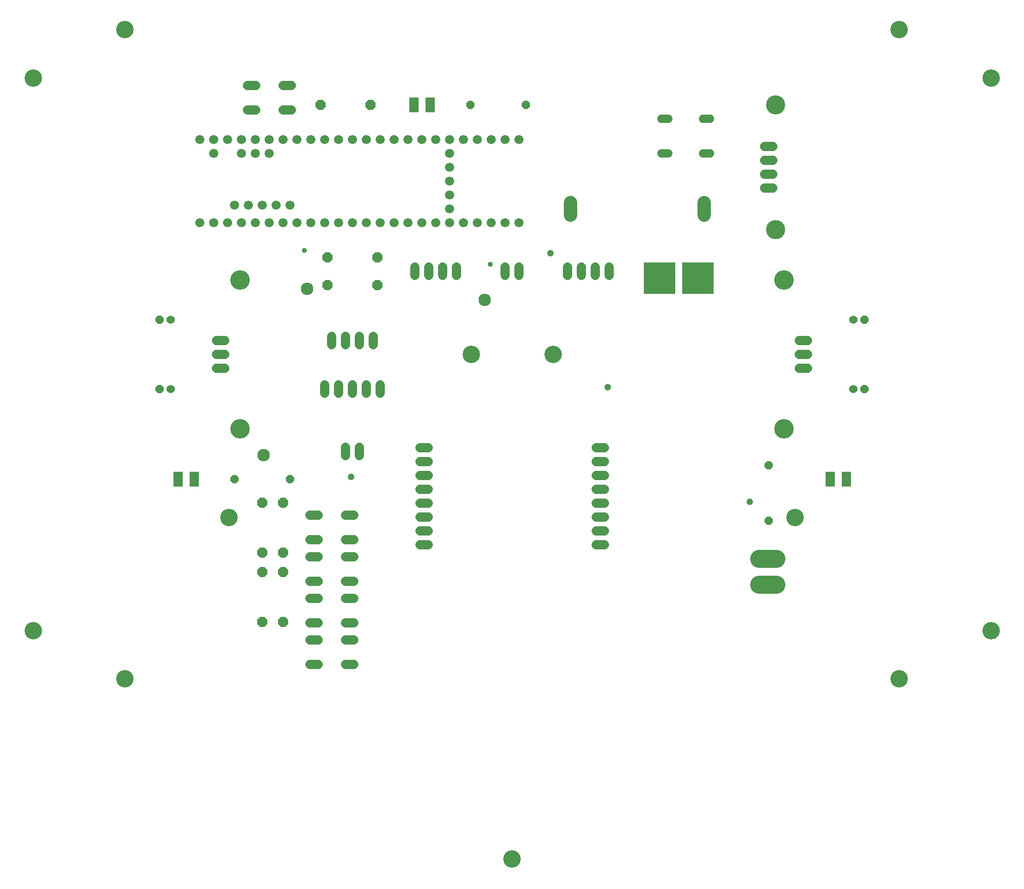
<source format=gbr>
G04 EAGLE Gerber RS-274X export*
G75*
%MOMM*%
%FSLAX34Y34*%
%LPD*%
%INSoldermask Top*%
%IPPOS*%
%AMOC8*
5,1,8,0,0,1.08239X$1,22.5*%
G01*
%ADD10C,3.203200*%
%ADD11P,1.649562X8X22.500000*%
%ADD12C,1.524000*%
%ADD13P,1.649562X8X202.500000*%
%ADD14C,1.727200*%
%ADD15C,2.453200*%
%ADD16R,5.719200X5.719200*%
%ADD17C,3.319200*%
%ADD18C,1.676400*%
%ADD19R,1.700000X2.800000*%
%ADD20C,3.505200*%
%ADD21P,2.034460X8X292.500000*%
%ADD22P,1.649562X8X112.500000*%
%ADD23P,2.034460X8X202.500000*%
%ADD24C,1.524000*%
%ADD25C,2.298700*%
%ADD26C,1.219200*%
%ADD27C,0.959600*%
%ADD28C,3.569200*%


D10*
X-876849Y506254D03*
X-708591Y594581D03*
X708591Y594581D03*
X876849Y506254D03*
X74999Y0D03*
X-74999Y0D03*
X-518179Y-299156D03*
X-876853Y-506246D03*
X-708591Y-594576D03*
X0Y-924998D03*
X708591Y-594576D03*
X876853Y-506246D03*
X518179Y-299156D03*
D11*
X645160Y-63500D03*
D12*
X624840Y-63500D03*
D11*
X645160Y63500D03*
D12*
X624840Y63500D03*
D13*
X-645160Y63500D03*
D12*
X-624840Y63500D03*
D13*
X-645160Y-63500D03*
D12*
X-624840Y-63500D03*
D14*
X525780Y-25400D02*
X541020Y-25400D01*
X541020Y0D02*
X525780Y0D01*
X525780Y25400D02*
X541020Y25400D01*
X-525780Y25400D02*
X-541020Y25400D01*
X-541020Y0D02*
X-525780Y0D01*
X-525780Y-25400D02*
X-541020Y-25400D01*
D15*
X106100Y255450D02*
X106100Y277950D01*
X351100Y277950D02*
X351100Y255450D01*
D16*
X269800Y139700D03*
X339800Y139700D03*
D17*
X452220Y-374600D02*
X483380Y-374600D01*
X483380Y-421600D02*
X452220Y-421600D01*
D14*
X-254000Y17780D02*
X-254000Y33020D01*
X-279400Y33020D02*
X-279400Y17780D01*
X-304800Y17780D02*
X-304800Y33020D01*
X-330200Y33020D02*
X-330200Y17780D01*
X177800Y144780D02*
X177800Y160020D01*
X152400Y160020D02*
X152400Y144780D01*
X127000Y144780D02*
X127000Y160020D01*
X101600Y160020D02*
X101600Y144780D01*
X-153670Y-349260D02*
X-168910Y-349260D01*
X-168910Y-323860D02*
X-153670Y-323860D01*
X-153670Y-298460D02*
X-168910Y-298460D01*
X-168910Y-273060D02*
X-153670Y-273060D01*
X-153670Y-247660D02*
X-168910Y-247660D01*
X-168910Y-222260D02*
X-153670Y-222260D01*
X-153670Y-196860D02*
X-168910Y-196860D01*
X-168910Y-171460D02*
X-153670Y-171460D01*
X153670Y-349260D02*
X168910Y-349260D01*
X168910Y-323860D02*
X153670Y-323860D01*
X153670Y-298460D02*
X168910Y-298460D01*
X168910Y-273060D02*
X153670Y-273060D01*
X153670Y-247660D02*
X168910Y-247660D01*
X168910Y-222260D02*
X153670Y-222260D01*
X153670Y-196860D02*
X168910Y-196860D01*
X168910Y-171460D02*
X153670Y-171460D01*
D18*
X-571500Y241300D03*
X-546100Y241300D03*
X-520700Y241300D03*
X-495300Y241300D03*
X-469900Y241300D03*
X-444500Y241300D03*
X-419100Y241300D03*
X-393700Y241300D03*
X-368300Y241300D03*
X-342900Y241300D03*
X-317500Y241300D03*
X-292100Y241300D03*
X-266700Y241300D03*
X-241300Y241300D03*
X-190500Y241300D03*
X-165100Y241300D03*
X-139700Y241300D03*
X-114300Y241300D03*
X-114300Y368300D03*
X-241300Y393700D03*
X-266700Y393700D03*
X-292100Y393700D03*
X-317500Y393700D03*
X-342900Y393700D03*
X-368300Y393700D03*
X-393700Y393700D03*
X-419100Y393700D03*
X-444500Y393700D03*
X-469900Y393700D03*
X-495300Y393700D03*
X-520700Y393700D03*
X-546100Y393700D03*
X-571500Y393700D03*
X-546100Y368300D03*
X-495300Y368300D03*
X-469900Y368300D03*
X-444500Y368300D03*
X-406400Y273050D03*
X-215900Y241300D03*
X-457200Y273050D03*
X-508000Y273050D03*
X-431800Y273050D03*
X-482600Y273050D03*
X-114300Y266700D03*
X-114300Y393700D03*
X-139700Y393700D03*
X-165100Y393700D03*
X-190500Y393700D03*
X-215900Y393700D03*
X-114300Y292100D03*
X-114300Y317500D03*
X-114300Y342900D03*
X-88900Y241300D03*
X-63500Y241300D03*
X-38100Y241300D03*
X-12700Y241300D03*
X12700Y241300D03*
X12700Y393700D03*
X-88900Y393700D03*
X-63500Y393700D03*
X-38100Y393700D03*
X-12700Y393700D03*
D19*
X-150100Y457200D03*
X-180100Y457200D03*
D13*
X25400Y457200D03*
X-76200Y457200D03*
D14*
X-292100Y-55880D02*
X-292100Y-71120D01*
X-317500Y-71120D02*
X-317500Y-55880D01*
X-342900Y-55880D02*
X-342900Y-71120D01*
X-266700Y-71120D02*
X-266700Y-55880D01*
X-241300Y-55880D02*
X-241300Y-71120D01*
X461680Y304800D02*
X476920Y304800D01*
X476920Y330200D02*
X461680Y330200D01*
X461680Y355600D02*
X476920Y355600D01*
X476920Y381000D02*
X461680Y381000D01*
D20*
X482000Y457200D03*
X482000Y228600D03*
D21*
X-419100Y-271780D03*
X-419100Y-363220D03*
X-457200Y-271780D03*
X-457200Y-363220D03*
X-419100Y-398780D03*
X-419100Y-490220D03*
X-457200Y-398780D03*
X-457200Y-490220D03*
D14*
X-370332Y-294894D02*
X-355092Y-294894D01*
X-355092Y-340106D02*
X-370332Y-340106D01*
X-305308Y-294894D02*
X-290068Y-294894D01*
X-290068Y-340106D02*
X-305308Y-340106D01*
X-355092Y-371094D02*
X-370332Y-371094D01*
X-370332Y-416306D02*
X-355092Y-416306D01*
X-305308Y-371094D02*
X-290068Y-371094D01*
X-290068Y-416306D02*
X-305308Y-416306D01*
X-355092Y-447294D02*
X-370332Y-447294D01*
X-370332Y-492506D02*
X-355092Y-492506D01*
X-305308Y-447294D02*
X-290068Y-447294D01*
X-290068Y-492506D02*
X-305308Y-492506D01*
X-355092Y-523494D02*
X-370332Y-523494D01*
X-370332Y-568706D02*
X-355092Y-568706D01*
X-305308Y-523494D02*
X-290068Y-523494D01*
X-290068Y-568706D02*
X-305308Y-568706D01*
D19*
X581900Y-228600D03*
X611900Y-228600D03*
D22*
X469900Y-304800D03*
X469900Y-203200D03*
D19*
X-581900Y-228600D03*
X-611900Y-228600D03*
D11*
X-508000Y-228600D03*
X-406400Y-228600D03*
D14*
X-304800Y-185420D02*
X-304800Y-170180D01*
X-279400Y-170180D02*
X-279400Y-185420D01*
X-101600Y144780D02*
X-101600Y160020D01*
X-127000Y160020D02*
X-127000Y144780D01*
X-152400Y144780D02*
X-152400Y160020D01*
X-177800Y160020D02*
X-177800Y144780D01*
D23*
X-246380Y177800D03*
X-337820Y177800D03*
X-246380Y127000D03*
X-337820Y127000D03*
D14*
X-12700Y144780D02*
X-12700Y160020D01*
X12700Y160020D02*
X12700Y144780D01*
D23*
X-259080Y457200D03*
X-350520Y457200D03*
D14*
X-469392Y492506D02*
X-484632Y492506D01*
X-484632Y447294D02*
X-469392Y447294D01*
X-419608Y492506D02*
X-404368Y492506D01*
X-404368Y447294D02*
X-419608Y447294D01*
D24*
X348996Y368300D02*
X362204Y368300D01*
X286004Y368300D02*
X272796Y368300D01*
X348996Y431800D02*
X362204Y431800D01*
X286004Y431800D02*
X272796Y431800D01*
D25*
X-375000Y120000D03*
D26*
X70000Y185000D03*
X-295000Y-225000D03*
X175000Y-60000D03*
X435000Y-270000D03*
D27*
X-380000Y190000D03*
X-40000Y165000D03*
D28*
X498000Y-136500D03*
X498000Y136500D03*
X-498000Y136500D03*
X-498000Y-136500D03*
D25*
X-50000Y100000D03*
X-455000Y-185000D03*
M02*

</source>
